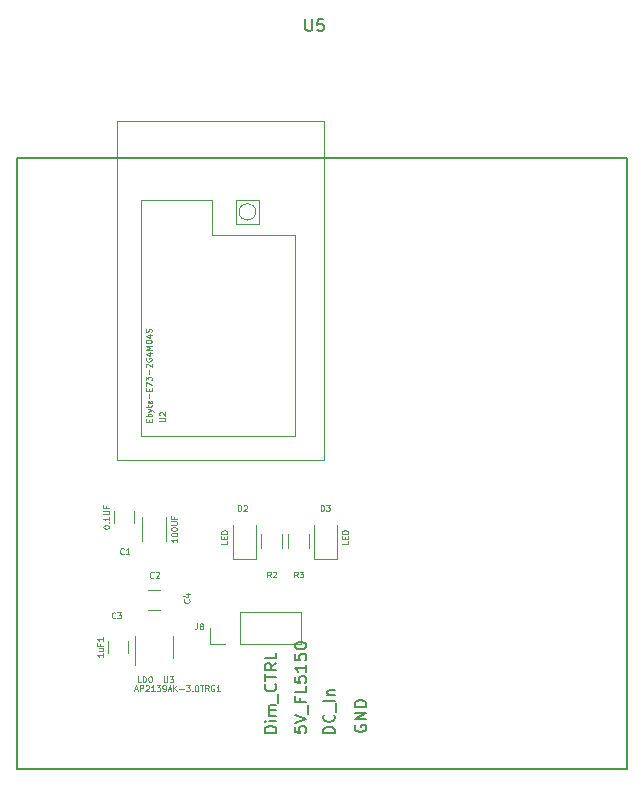
<source format=gbr>
G04 #@! TF.GenerationSoftware,KiCad,Pcbnew,(5.1.2)-2*
G04 #@! TF.CreationDate,2019-09-14T17:42:32+02:00*
G04 #@! TF.ProjectId,Inwall_Top,496e7761-6c6c-45f5-946f-702e6b696361,rev?*
G04 #@! TF.SameCoordinates,Original*
G04 #@! TF.FileFunction,Legend,Top*
G04 #@! TF.FilePolarity,Positive*
%FSLAX46Y46*%
G04 Gerber Fmt 4.6, Leading zero omitted, Abs format (unit mm)*
G04 Created by KiCad (PCBNEW (5.1.2)-2) date 2019-09-14 17:42:32*
%MOMM*%
%LPD*%
G04 APERTURE LIST*
%ADD10C,0.100000*%
%ADD11C,0.120000*%
%ADD12C,0.200000*%
%ADD13C,0.125000*%
%ADD14C,0.130000*%
%ADD15C,0.150000*%
G04 APERTURE END LIST*
D10*
X100425000Y-61650000D02*
X102425000Y-61650000D01*
X102425000Y-61650000D02*
X102425000Y-59650000D01*
X102425000Y-59650000D02*
X100425000Y-59650000D01*
X100425000Y-59650000D02*
X100425000Y-61650000D01*
X102132107Y-60650000D02*
G75*
G03X102132107Y-60650000I-707107J0D01*
G01*
X92425000Y-79650000D02*
X105425000Y-79650000D01*
X105425000Y-79650000D02*
X105425000Y-62650000D01*
X105425000Y-62650000D02*
X98425000Y-62650000D01*
X98425000Y-62650000D02*
X98425000Y-59650000D01*
X98425000Y-59650000D02*
X92425000Y-59650000D01*
X92425000Y-59650000D02*
X92425000Y-79650000D01*
X90425000Y-81650000D02*
X107925000Y-81650000D01*
X107925000Y-81650000D02*
X107925000Y-52950000D01*
X107925000Y-52950000D02*
X90425000Y-52950000D01*
X90425000Y-52950000D02*
X90425000Y-81650000D01*
X91850000Y-87000000D02*
X91850000Y-86000000D01*
X90150000Y-86000000D02*
X90150000Y-87000000D01*
X92480000Y-86500000D02*
X92480000Y-88500000D01*
X94520000Y-88500000D02*
X94520000Y-86500000D01*
X100250000Y-87193000D02*
X100250000Y-90053000D01*
X100250000Y-90053000D02*
X102170000Y-90053000D01*
X102170000Y-90053000D02*
X102170000Y-87193000D01*
X109028000Y-90062000D02*
X109028000Y-87202000D01*
X107108000Y-90062000D02*
X109028000Y-90062000D01*
X107108000Y-87202000D02*
X107108000Y-90062000D01*
X104380000Y-87900000D02*
X104380000Y-89100000D01*
X102620000Y-89100000D02*
X102620000Y-87900000D01*
X106630000Y-87900000D02*
X106630000Y-89100000D01*
X104870000Y-89100000D02*
X104870000Y-87900000D01*
X95110000Y-98400000D02*
X95110000Y-96600000D01*
X91890000Y-96600000D02*
X91890000Y-99050000D01*
X98220000Y-97230000D02*
X98220000Y-95900000D01*
X99550000Y-97230000D02*
X98220000Y-97230000D01*
X100820000Y-97230000D02*
X100820000Y-94570000D01*
X100820000Y-94570000D02*
X105960000Y-94570000D01*
X100820000Y-97230000D02*
X105960000Y-97230000D01*
X105960000Y-97230000D02*
X105960000Y-94570000D01*
D11*
X89650000Y-97000000D02*
X89650000Y-98000000D01*
X91350000Y-98000000D02*
X91350000Y-97000000D01*
X94000000Y-92650000D02*
X93000000Y-92650000D01*
X93000000Y-94350000D02*
X94000000Y-94350000D01*
D12*
X81880223Y-107823965D02*
X81880223Y-56123965D01*
X81880223Y-56123965D02*
X133580223Y-56123965D01*
X133580223Y-107823965D02*
X81880223Y-107823965D01*
X133580223Y-56123965D02*
X133580223Y-107823965D01*
D13*
X93976190Y-78380952D02*
X94380952Y-78380952D01*
X94428571Y-78357142D01*
X94452380Y-78333333D01*
X94476190Y-78285714D01*
X94476190Y-78190476D01*
X94452380Y-78142857D01*
X94428571Y-78119047D01*
X94380952Y-78095238D01*
X93976190Y-78095238D01*
X94023809Y-77880952D02*
X94000000Y-77857142D01*
X93976190Y-77809523D01*
X93976190Y-77690476D01*
X94000000Y-77642857D01*
X94023809Y-77619047D01*
X94071428Y-77595238D01*
X94119047Y-77595238D01*
X94190476Y-77619047D01*
X94476190Y-77904761D01*
X94476190Y-77595238D01*
D14*
D13*
X93063429Y-78417492D02*
X93063429Y-78250825D01*
X93325334Y-78179397D02*
X93325334Y-78417492D01*
X92825334Y-78417492D01*
X92825334Y-78179397D01*
X93325334Y-77965111D02*
X92825334Y-77965111D01*
X93015810Y-77965111D02*
X92992001Y-77917492D01*
X92992001Y-77822254D01*
X93015810Y-77774635D01*
X93039620Y-77750825D01*
X93087239Y-77727016D01*
X93230096Y-77727016D01*
X93277715Y-77750825D01*
X93301524Y-77774635D01*
X93325334Y-77822254D01*
X93325334Y-77917492D01*
X93301524Y-77965111D01*
X92992001Y-77560349D02*
X93325334Y-77441301D01*
X92992001Y-77322254D02*
X93325334Y-77441301D01*
X93444382Y-77488921D01*
X93468191Y-77512730D01*
X93492001Y-77560349D01*
X92992001Y-77203206D02*
X92992001Y-77012730D01*
X92825334Y-77131778D02*
X93253905Y-77131778D01*
X93301524Y-77107968D01*
X93325334Y-77060349D01*
X93325334Y-77012730D01*
X93301524Y-76655587D02*
X93325334Y-76703206D01*
X93325334Y-76798444D01*
X93301524Y-76846063D01*
X93253905Y-76869873D01*
X93063429Y-76869873D01*
X93015810Y-76846063D01*
X92992001Y-76798444D01*
X92992001Y-76703206D01*
X93015810Y-76655587D01*
X93063429Y-76631778D01*
X93111048Y-76631778D01*
X93158667Y-76869873D01*
X93134858Y-76417492D02*
X93134858Y-76036540D01*
X93063429Y-75798444D02*
X93063429Y-75631778D01*
X93325334Y-75560349D02*
X93325334Y-75798444D01*
X92825334Y-75798444D01*
X92825334Y-75560349D01*
X92825334Y-75393682D02*
X92825334Y-75060349D01*
X93325334Y-75274635D01*
X92825334Y-74917492D02*
X92825334Y-74607968D01*
X93015810Y-74774635D01*
X93015810Y-74703206D01*
X93039620Y-74655587D01*
X93063429Y-74631778D01*
X93111048Y-74607968D01*
X93230096Y-74607968D01*
X93277715Y-74631778D01*
X93301524Y-74655587D01*
X93325334Y-74703206D01*
X93325334Y-74846063D01*
X93301524Y-74893682D01*
X93277715Y-74917492D01*
X93134858Y-74393682D02*
X93134858Y-74012730D01*
X92872953Y-73798444D02*
X92849144Y-73774635D01*
X92825334Y-73727016D01*
X92825334Y-73607968D01*
X92849144Y-73560349D01*
X92872953Y-73536540D01*
X92920572Y-73512730D01*
X92968191Y-73512730D01*
X93039620Y-73536540D01*
X93325334Y-73822254D01*
X93325334Y-73512730D01*
X92849144Y-73036540D02*
X92825334Y-73084159D01*
X92825334Y-73155587D01*
X92849144Y-73227016D01*
X92896763Y-73274635D01*
X92944382Y-73298444D01*
X93039620Y-73322254D01*
X93111048Y-73322254D01*
X93206286Y-73298444D01*
X93253905Y-73274635D01*
X93301524Y-73227016D01*
X93325334Y-73155587D01*
X93325334Y-73107968D01*
X93301524Y-73036540D01*
X93277715Y-73012730D01*
X93111048Y-73012730D01*
X93111048Y-73107968D01*
X92992001Y-72584159D02*
X93325334Y-72584159D01*
X92801524Y-72703206D02*
X93158667Y-72822254D01*
X93158667Y-72512730D01*
X93325334Y-72322254D02*
X92825334Y-72322254D01*
X93182477Y-72155587D01*
X92825334Y-71988921D01*
X93325334Y-71988921D01*
X92825334Y-71655587D02*
X92825334Y-71607968D01*
X92849144Y-71560349D01*
X92872953Y-71536540D01*
X92920572Y-71512730D01*
X93015810Y-71488921D01*
X93134858Y-71488921D01*
X93230096Y-71512730D01*
X93277715Y-71536540D01*
X93301524Y-71560349D01*
X93325334Y-71607968D01*
X93325334Y-71655587D01*
X93301524Y-71703206D01*
X93277715Y-71727016D01*
X93230096Y-71750825D01*
X93134858Y-71774635D01*
X93015810Y-71774635D01*
X92920572Y-71750825D01*
X92872953Y-71727016D01*
X92849144Y-71703206D01*
X92825334Y-71655587D01*
X92992001Y-71060349D02*
X93325334Y-71060349D01*
X92801524Y-71179397D02*
X93158667Y-71298444D01*
X93158667Y-70988921D01*
X93301524Y-70822254D02*
X93325334Y-70750825D01*
X93325334Y-70631778D01*
X93301524Y-70584159D01*
X93277715Y-70560349D01*
X93230096Y-70536540D01*
X93182477Y-70536540D01*
X93134858Y-70560349D01*
X93111048Y-70584159D01*
X93087239Y-70631778D01*
X93063429Y-70727016D01*
X93039620Y-70774635D01*
X93015810Y-70798444D01*
X92968191Y-70822254D01*
X92920572Y-70822254D01*
X92872953Y-70798444D01*
X92849144Y-70774635D01*
X92825334Y-70727016D01*
X92825334Y-70607968D01*
X92849144Y-70536540D01*
D14*
D13*
X90946666Y-89582571D02*
X90922857Y-89606380D01*
X90851428Y-89630190D01*
X90803809Y-89630190D01*
X90732380Y-89606380D01*
X90684761Y-89558761D01*
X90660952Y-89511142D01*
X90637142Y-89415904D01*
X90637142Y-89344476D01*
X90660952Y-89249238D01*
X90684761Y-89201619D01*
X90732380Y-89154000D01*
X90803809Y-89130190D01*
X90851428Y-89130190D01*
X90922857Y-89154000D01*
X90946666Y-89177809D01*
X91422857Y-89630190D02*
X91137142Y-89630190D01*
X91280000Y-89630190D02*
X91280000Y-89130190D01*
X91232380Y-89201619D01*
X91184761Y-89249238D01*
X91137142Y-89273047D01*
D14*
D13*
X89226190Y-87357142D02*
X89226190Y-87309523D01*
X89250000Y-87261904D01*
X89273809Y-87238095D01*
X89321428Y-87214285D01*
X89416666Y-87190476D01*
X89535714Y-87190476D01*
X89630952Y-87214285D01*
X89678571Y-87238095D01*
X89702380Y-87261904D01*
X89726190Y-87309523D01*
X89726190Y-87357142D01*
X89702380Y-87404761D01*
X89678571Y-87428571D01*
X89630952Y-87452380D01*
X89535714Y-87476190D01*
X89416666Y-87476190D01*
X89321428Y-87452380D01*
X89273809Y-87428571D01*
X89250000Y-87404761D01*
X89226190Y-87357142D01*
X89678571Y-86976190D02*
X89702380Y-86952380D01*
X89726190Y-86976190D01*
X89702380Y-87000000D01*
X89678571Y-86976190D01*
X89726190Y-86976190D01*
X89726190Y-86476190D02*
X89726190Y-86761904D01*
X89726190Y-86619047D02*
X89226190Y-86619047D01*
X89297619Y-86666666D01*
X89345238Y-86714285D01*
X89369047Y-86761904D01*
X89226190Y-86261904D02*
X89630952Y-86261904D01*
X89678571Y-86238095D01*
X89702380Y-86214285D01*
X89726190Y-86166666D01*
X89726190Y-86071428D01*
X89702380Y-86023809D01*
X89678571Y-86000000D01*
X89630952Y-85976190D01*
X89226190Y-85976190D01*
X89464285Y-85571428D02*
X89464285Y-85738095D01*
X89726190Y-85738095D02*
X89226190Y-85738095D01*
X89226190Y-85500000D01*
D14*
D13*
X93482666Y-91586571D02*
X93458857Y-91610380D01*
X93387428Y-91634190D01*
X93339809Y-91634190D01*
X93268380Y-91610380D01*
X93220761Y-91562761D01*
X93196952Y-91515142D01*
X93173142Y-91419904D01*
X93173142Y-91348476D01*
X93196952Y-91253238D01*
X93220761Y-91205619D01*
X93268380Y-91158000D01*
X93339809Y-91134190D01*
X93387428Y-91134190D01*
X93458857Y-91158000D01*
X93482666Y-91181809D01*
X93673142Y-91181809D02*
X93696952Y-91158000D01*
X93744571Y-91134190D01*
X93863619Y-91134190D01*
X93911238Y-91158000D01*
X93935047Y-91181809D01*
X93958857Y-91229428D01*
X93958857Y-91277047D01*
X93935047Y-91348476D01*
X93649333Y-91634190D01*
X93958857Y-91634190D01*
D14*
D13*
X95476190Y-88309523D02*
X95476190Y-88595238D01*
X95476190Y-88452380D02*
X94976190Y-88452380D01*
X95047619Y-88500000D01*
X95095238Y-88547619D01*
X95119047Y-88595238D01*
X94976190Y-88000000D02*
X94976190Y-87952380D01*
X95000000Y-87904761D01*
X95023809Y-87880952D01*
X95071428Y-87857142D01*
X95166666Y-87833333D01*
X95285714Y-87833333D01*
X95380952Y-87857142D01*
X95428571Y-87880952D01*
X95452380Y-87904761D01*
X95476190Y-87952380D01*
X95476190Y-88000000D01*
X95452380Y-88047619D01*
X95428571Y-88071428D01*
X95380952Y-88095238D01*
X95285714Y-88119047D01*
X95166666Y-88119047D01*
X95071428Y-88095238D01*
X95023809Y-88071428D01*
X95000000Y-88047619D01*
X94976190Y-88000000D01*
X94976190Y-87523809D02*
X94976190Y-87476190D01*
X95000000Y-87428571D01*
X95023809Y-87404761D01*
X95071428Y-87380952D01*
X95166666Y-87357142D01*
X95285714Y-87357142D01*
X95380952Y-87380952D01*
X95428571Y-87404761D01*
X95452380Y-87428571D01*
X95476190Y-87476190D01*
X95476190Y-87523809D01*
X95452380Y-87571428D01*
X95428571Y-87595238D01*
X95380952Y-87619047D01*
X95285714Y-87642857D01*
X95166666Y-87642857D01*
X95071428Y-87619047D01*
X95023809Y-87595238D01*
X95000000Y-87571428D01*
X94976190Y-87523809D01*
X94976190Y-87142857D02*
X95380952Y-87142857D01*
X95428571Y-87119047D01*
X95452380Y-87095238D01*
X95476190Y-87047619D01*
X95476190Y-86952380D01*
X95452380Y-86904761D01*
X95428571Y-86880952D01*
X95380952Y-86857142D01*
X94976190Y-86857142D01*
X95214285Y-86452380D02*
X95214285Y-86619047D01*
X95476190Y-86619047D02*
X94976190Y-86619047D01*
X94976190Y-86380952D01*
D14*
D13*
X100630952Y-85976190D02*
X100630952Y-85476190D01*
X100750000Y-85476190D01*
X100821428Y-85500000D01*
X100869047Y-85547619D01*
X100892857Y-85595238D01*
X100916666Y-85690476D01*
X100916666Y-85761904D01*
X100892857Y-85857142D01*
X100869047Y-85904761D01*
X100821428Y-85952380D01*
X100750000Y-85976190D01*
X100630952Y-85976190D01*
X101107142Y-85523809D02*
X101130952Y-85500000D01*
X101178571Y-85476190D01*
X101297619Y-85476190D01*
X101345238Y-85500000D01*
X101369047Y-85523809D01*
X101392857Y-85571428D01*
X101392857Y-85619047D01*
X101369047Y-85690476D01*
X101083333Y-85976190D01*
X101392857Y-85976190D01*
D14*
D13*
X99726190Y-88514428D02*
X99726190Y-88752523D01*
X99226190Y-88752523D01*
X99464285Y-88347761D02*
X99464285Y-88181095D01*
X99726190Y-88109666D02*
X99726190Y-88347761D01*
X99226190Y-88347761D01*
X99226190Y-88109666D01*
X99726190Y-87895380D02*
X99226190Y-87895380D01*
X99226190Y-87776333D01*
X99250000Y-87704904D01*
X99297619Y-87657285D01*
X99345238Y-87633476D01*
X99440476Y-87609666D01*
X99511904Y-87609666D01*
X99607142Y-87633476D01*
X99654761Y-87657285D01*
X99702380Y-87704904D01*
X99726190Y-87776333D01*
X99726190Y-87895380D01*
D14*
D13*
X107630952Y-85976190D02*
X107630952Y-85476190D01*
X107750000Y-85476190D01*
X107821428Y-85500000D01*
X107869047Y-85547619D01*
X107892857Y-85595238D01*
X107916666Y-85690476D01*
X107916666Y-85761904D01*
X107892857Y-85857142D01*
X107869047Y-85904761D01*
X107821428Y-85952380D01*
X107750000Y-85976190D01*
X107630952Y-85976190D01*
X108083333Y-85476190D02*
X108392857Y-85476190D01*
X108226190Y-85666666D01*
X108297619Y-85666666D01*
X108345238Y-85690476D01*
X108369047Y-85714285D01*
X108392857Y-85761904D01*
X108392857Y-85880952D01*
X108369047Y-85928571D01*
X108345238Y-85952380D01*
X108297619Y-85976190D01*
X108154761Y-85976190D01*
X108107142Y-85952380D01*
X108083333Y-85928571D01*
D14*
D13*
X109944190Y-88523428D02*
X109944190Y-88761523D01*
X109444190Y-88761523D01*
X109682285Y-88356761D02*
X109682285Y-88190095D01*
X109944190Y-88118666D02*
X109944190Y-88356761D01*
X109444190Y-88356761D01*
X109444190Y-88118666D01*
X109944190Y-87904380D02*
X109444190Y-87904380D01*
X109444190Y-87785333D01*
X109468000Y-87713904D01*
X109515619Y-87666285D01*
X109563238Y-87642476D01*
X109658476Y-87618666D01*
X109729904Y-87618666D01*
X109825142Y-87642476D01*
X109872761Y-87666285D01*
X109920380Y-87713904D01*
X109944190Y-87785333D01*
X109944190Y-87904380D01*
D14*
D13*
X103412666Y-91606190D02*
X103246000Y-91368095D01*
X103126952Y-91606190D02*
X103126952Y-91106190D01*
X103317428Y-91106190D01*
X103365047Y-91130000D01*
X103388857Y-91153809D01*
X103412666Y-91201428D01*
X103412666Y-91272857D01*
X103388857Y-91320476D01*
X103365047Y-91344285D01*
X103317428Y-91368095D01*
X103126952Y-91368095D01*
X103603142Y-91153809D02*
X103626952Y-91130000D01*
X103674571Y-91106190D01*
X103793619Y-91106190D01*
X103841238Y-91130000D01*
X103865047Y-91153809D01*
X103888857Y-91201428D01*
X103888857Y-91249047D01*
X103865047Y-91320476D01*
X103579333Y-91606190D01*
X103888857Y-91606190D01*
D14*
D13*
X105698666Y-91606190D02*
X105532000Y-91368095D01*
X105412952Y-91606190D02*
X105412952Y-91106190D01*
X105603428Y-91106190D01*
X105651047Y-91130000D01*
X105674857Y-91153809D01*
X105698666Y-91201428D01*
X105698666Y-91272857D01*
X105674857Y-91320476D01*
X105651047Y-91344285D01*
X105603428Y-91368095D01*
X105412952Y-91368095D01*
X105865333Y-91106190D02*
X106174857Y-91106190D01*
X106008190Y-91296666D01*
X106079619Y-91296666D01*
X106127238Y-91320476D01*
X106151047Y-91344285D01*
X106174857Y-91391904D01*
X106174857Y-91510952D01*
X106151047Y-91558571D01*
X106127238Y-91582380D01*
X106079619Y-91606190D01*
X105936761Y-91606190D01*
X105889142Y-91582380D01*
X105865333Y-91558571D01*
D14*
D13*
X94369047Y-99976190D02*
X94369047Y-100380952D01*
X94392857Y-100428571D01*
X94416666Y-100452380D01*
X94464285Y-100476190D01*
X94559523Y-100476190D01*
X94607142Y-100452380D01*
X94630952Y-100428571D01*
X94654761Y-100380952D01*
X94654761Y-99976190D01*
X94845238Y-99976190D02*
X95154761Y-99976190D01*
X94988095Y-100166666D01*
X95059523Y-100166666D01*
X95107142Y-100190476D01*
X95130952Y-100214285D01*
X95154761Y-100261904D01*
X95154761Y-100380952D01*
X95130952Y-100428571D01*
X95107142Y-100452380D01*
X95059523Y-100476190D01*
X94916666Y-100476190D01*
X94869047Y-100452380D01*
X94845238Y-100428571D01*
D14*
D13*
X92392857Y-100476190D02*
X92154761Y-100476190D01*
X92154761Y-99976190D01*
X92559523Y-100476190D02*
X92559523Y-99976190D01*
X92678571Y-99976190D01*
X92750000Y-100000000D01*
X92797619Y-100047619D01*
X92821428Y-100095238D01*
X92845238Y-100190476D01*
X92845238Y-100261904D01*
X92821428Y-100357142D01*
X92797619Y-100404761D01*
X92750000Y-100452380D01*
X92678571Y-100476190D01*
X92559523Y-100476190D01*
X93154761Y-99976190D02*
X93250000Y-99976190D01*
X93297619Y-100000000D01*
X93345238Y-100047619D01*
X93369047Y-100142857D01*
X93369047Y-100309523D01*
X93345238Y-100404761D01*
X93297619Y-100452380D01*
X93250000Y-100476190D01*
X93154761Y-100476190D01*
X93107142Y-100452380D01*
X93059523Y-100404761D01*
X93035714Y-100309523D01*
X93035714Y-100142857D01*
X93059523Y-100047619D01*
X93107142Y-100000000D01*
X93154761Y-99976190D01*
D14*
D13*
X91880952Y-101083333D02*
X92119047Y-101083333D01*
X91833333Y-101226190D02*
X92000000Y-100726190D01*
X92166666Y-101226190D01*
X92333333Y-101226190D02*
X92333333Y-100726190D01*
X92523809Y-100726190D01*
X92571428Y-100750000D01*
X92595238Y-100773809D01*
X92619047Y-100821428D01*
X92619047Y-100892857D01*
X92595238Y-100940476D01*
X92571428Y-100964285D01*
X92523809Y-100988095D01*
X92333333Y-100988095D01*
X92809523Y-100773809D02*
X92833333Y-100750000D01*
X92880952Y-100726190D01*
X93000000Y-100726190D01*
X93047619Y-100750000D01*
X93071428Y-100773809D01*
X93095238Y-100821428D01*
X93095238Y-100869047D01*
X93071428Y-100940476D01*
X92785714Y-101226190D01*
X93095238Y-101226190D01*
X93571428Y-101226190D02*
X93285714Y-101226190D01*
X93428571Y-101226190D02*
X93428571Y-100726190D01*
X93380952Y-100797619D01*
X93333333Y-100845238D01*
X93285714Y-100869047D01*
X93738095Y-100726190D02*
X94047619Y-100726190D01*
X93880952Y-100916666D01*
X93952380Y-100916666D01*
X94000000Y-100940476D01*
X94023809Y-100964285D01*
X94047619Y-101011904D01*
X94047619Y-101130952D01*
X94023809Y-101178571D01*
X94000000Y-101202380D01*
X93952380Y-101226190D01*
X93809523Y-101226190D01*
X93761904Y-101202380D01*
X93738095Y-101178571D01*
X94285714Y-101226190D02*
X94380952Y-101226190D01*
X94428571Y-101202380D01*
X94452380Y-101178571D01*
X94500000Y-101107142D01*
X94523809Y-101011904D01*
X94523809Y-100821428D01*
X94500000Y-100773809D01*
X94476190Y-100750000D01*
X94428571Y-100726190D01*
X94333333Y-100726190D01*
X94285714Y-100750000D01*
X94261904Y-100773809D01*
X94238095Y-100821428D01*
X94238095Y-100940476D01*
X94261904Y-100988095D01*
X94285714Y-101011904D01*
X94333333Y-101035714D01*
X94428571Y-101035714D01*
X94476190Y-101011904D01*
X94500000Y-100988095D01*
X94523809Y-100940476D01*
X94714285Y-101083333D02*
X94952380Y-101083333D01*
X94666666Y-101226190D02*
X94833333Y-100726190D01*
X95000000Y-101226190D01*
X95166666Y-101226190D02*
X95166666Y-100726190D01*
X95452380Y-101226190D02*
X95238095Y-100940476D01*
X95452380Y-100726190D02*
X95166666Y-101011904D01*
X95666666Y-101035714D02*
X96047619Y-101035714D01*
X96238095Y-100726190D02*
X96547619Y-100726190D01*
X96380952Y-100916666D01*
X96452380Y-100916666D01*
X96500000Y-100940476D01*
X96523809Y-100964285D01*
X96547619Y-101011904D01*
X96547619Y-101130952D01*
X96523809Y-101178571D01*
X96500000Y-101202380D01*
X96452380Y-101226190D01*
X96309523Y-101226190D01*
X96261904Y-101202380D01*
X96238095Y-101178571D01*
X96761904Y-101178571D02*
X96785714Y-101202380D01*
X96761904Y-101226190D01*
X96738095Y-101202380D01*
X96761904Y-101178571D01*
X96761904Y-101226190D01*
X97095238Y-100726190D02*
X97142857Y-100726190D01*
X97190476Y-100750000D01*
X97214285Y-100773809D01*
X97238095Y-100821428D01*
X97261904Y-100916666D01*
X97261904Y-101035714D01*
X97238095Y-101130952D01*
X97214285Y-101178571D01*
X97190476Y-101202380D01*
X97142857Y-101226190D01*
X97095238Y-101226190D01*
X97047619Y-101202380D01*
X97023809Y-101178571D01*
X97000000Y-101130952D01*
X96976190Y-101035714D01*
X96976190Y-100916666D01*
X97000000Y-100821428D01*
X97023809Y-100773809D01*
X97047619Y-100750000D01*
X97095238Y-100726190D01*
X97404761Y-100726190D02*
X97690476Y-100726190D01*
X97547619Y-101226190D02*
X97547619Y-100726190D01*
X98142857Y-101226190D02*
X97976190Y-100988095D01*
X97857142Y-101226190D02*
X97857142Y-100726190D01*
X98047619Y-100726190D01*
X98095238Y-100750000D01*
X98119047Y-100773809D01*
X98142857Y-100821428D01*
X98142857Y-100892857D01*
X98119047Y-100940476D01*
X98095238Y-100964285D01*
X98047619Y-100988095D01*
X97857142Y-100988095D01*
X98619047Y-100750000D02*
X98571428Y-100726190D01*
X98500000Y-100726190D01*
X98428571Y-100750000D01*
X98380952Y-100797619D01*
X98357142Y-100845238D01*
X98333333Y-100940476D01*
X98333333Y-101011904D01*
X98357142Y-101107142D01*
X98380952Y-101154761D01*
X98428571Y-101202380D01*
X98500000Y-101226190D01*
X98547619Y-101226190D01*
X98619047Y-101202380D01*
X98642857Y-101178571D01*
X98642857Y-101011904D01*
X98547619Y-101011904D01*
X99119047Y-101226190D02*
X98833333Y-101226190D01*
X98976190Y-101226190D02*
X98976190Y-100726190D01*
X98928571Y-100797619D01*
X98880952Y-100845238D01*
X98833333Y-100869047D01*
D14*
D13*
X97169378Y-95489342D02*
X97169378Y-95846485D01*
X97145568Y-95917913D01*
X97097949Y-95965532D01*
X97026521Y-95989342D01*
X96978902Y-95989342D01*
X97478902Y-95703628D02*
X97431283Y-95679818D01*
X97407473Y-95656009D01*
X97383664Y-95608390D01*
X97383664Y-95584580D01*
X97407473Y-95536961D01*
X97431283Y-95513152D01*
X97478902Y-95489342D01*
X97574140Y-95489342D01*
X97621759Y-95513152D01*
X97645568Y-95536961D01*
X97669378Y-95584580D01*
X97669378Y-95608390D01*
X97645568Y-95656009D01*
X97621759Y-95679818D01*
X97574140Y-95703628D01*
X97478902Y-95703628D01*
X97431283Y-95727437D01*
X97407473Y-95751247D01*
X97383664Y-95798866D01*
X97383664Y-95894104D01*
X97407473Y-95941723D01*
X97431283Y-95965532D01*
X97478902Y-95989342D01*
X97574140Y-95989342D01*
X97621759Y-95965532D01*
X97645568Y-95941723D01*
X97669378Y-95894104D01*
X97669378Y-95798866D01*
X97645568Y-95751247D01*
X97621759Y-95727437D01*
X97574140Y-95703628D01*
D14*
D13*
X90246666Y-95018571D02*
X90222857Y-95042380D01*
X90151428Y-95066190D01*
X90103809Y-95066190D01*
X90032380Y-95042380D01*
X89984761Y-94994761D01*
X89960952Y-94947142D01*
X89937142Y-94851904D01*
X89937142Y-94780476D01*
X89960952Y-94685238D01*
X89984761Y-94637619D01*
X90032380Y-94590000D01*
X90103809Y-94566190D01*
X90151428Y-94566190D01*
X90222857Y-94590000D01*
X90246666Y-94613809D01*
X90413333Y-94566190D02*
X90722857Y-94566190D01*
X90556190Y-94756666D01*
X90627619Y-94756666D01*
X90675238Y-94780476D01*
X90699047Y-94804285D01*
X90722857Y-94851904D01*
X90722857Y-94970952D01*
X90699047Y-95018571D01*
X90675238Y-95042380D01*
X90627619Y-95066190D01*
X90484761Y-95066190D01*
X90437142Y-95042380D01*
X90413333Y-95018571D01*
D14*
D13*
X89226190Y-98035714D02*
X89226190Y-98321428D01*
X89226190Y-98178571D02*
X88726190Y-98178571D01*
X88797619Y-98226190D01*
X88845238Y-98273809D01*
X88869047Y-98321428D01*
X88892857Y-97607142D02*
X89226190Y-97607142D01*
X88892857Y-97821428D02*
X89154761Y-97821428D01*
X89202380Y-97797619D01*
X89226190Y-97750000D01*
X89226190Y-97678571D01*
X89202380Y-97630952D01*
X89178571Y-97607142D01*
X88964285Y-97202380D02*
X88964285Y-97369047D01*
X89226190Y-97369047D02*
X88726190Y-97369047D01*
X88726190Y-97130952D01*
X89226190Y-96678571D02*
X89226190Y-96964285D01*
X89226190Y-96821428D02*
X88726190Y-96821428D01*
X88797619Y-96869047D01*
X88845238Y-96916666D01*
X88869047Y-96964285D01*
D14*
D13*
X96488571Y-93463333D02*
X96512380Y-93487142D01*
X96536190Y-93558571D01*
X96536190Y-93606190D01*
X96512380Y-93677619D01*
X96464761Y-93725238D01*
X96417142Y-93749047D01*
X96321904Y-93772857D01*
X96250476Y-93772857D01*
X96155238Y-93749047D01*
X96107619Y-93725238D01*
X96060000Y-93677619D01*
X96036190Y-93606190D01*
X96036190Y-93558571D01*
X96060000Y-93487142D01*
X96083809Y-93463333D01*
X96202857Y-93034761D02*
X96536190Y-93034761D01*
X96012380Y-93153809D02*
X96369523Y-93272857D01*
X96369523Y-92963333D01*
D14*
D15*
X106338095Y-44327380D02*
X106338095Y-45136904D01*
X106385714Y-45232142D01*
X106433333Y-45279761D01*
X106528571Y-45327380D01*
X106719047Y-45327380D01*
X106814285Y-45279761D01*
X106861904Y-45232142D01*
X106909523Y-45136904D01*
X106909523Y-44327380D01*
X107861904Y-44327380D02*
X107385714Y-44327380D01*
X107338095Y-44803571D01*
X107385714Y-44755952D01*
X107480952Y-44708333D01*
X107719047Y-44708333D01*
X107814285Y-44755952D01*
X107861904Y-44803571D01*
X107909523Y-44898809D01*
X107909523Y-45136904D01*
X107861904Y-45232142D01*
X107814285Y-45279761D01*
X107719047Y-45327380D01*
X107480952Y-45327380D01*
X107385714Y-45279761D01*
X107338095Y-45232142D01*
X108840320Y-104796353D02*
X107840320Y-104796353D01*
X107840320Y-104558258D01*
X107887940Y-104415400D01*
X107983178Y-104320162D01*
X108078416Y-104272543D01*
X108268892Y-104224924D01*
X108411749Y-104224924D01*
X108602225Y-104272543D01*
X108697463Y-104320162D01*
X108792701Y-104415400D01*
X108840320Y-104558258D01*
X108840320Y-104796353D01*
X108745082Y-103224924D02*
X108792701Y-103272543D01*
X108840320Y-103415400D01*
X108840320Y-103510639D01*
X108792701Y-103653496D01*
X108697463Y-103748734D01*
X108602225Y-103796353D01*
X108411749Y-103843972D01*
X108268892Y-103843972D01*
X108078416Y-103796353D01*
X107983178Y-103748734D01*
X107887940Y-103653496D01*
X107840320Y-103510639D01*
X107840320Y-103415400D01*
X107887940Y-103272543D01*
X107935559Y-103224924D01*
X108935559Y-103034448D02*
X108935559Y-102272543D01*
X108840320Y-102034448D02*
X107840320Y-102034448D01*
X108173654Y-101558258D02*
X108840320Y-101558258D01*
X108268892Y-101558258D02*
X108221273Y-101510639D01*
X108173654Y-101415400D01*
X108173654Y-101272543D01*
X108221273Y-101177305D01*
X108316511Y-101129686D01*
X108840320Y-101129686D01*
X103887320Y-104772353D02*
X102887320Y-104772353D01*
X102887320Y-104534258D01*
X102934940Y-104391400D01*
X103030178Y-104296162D01*
X103125416Y-104248543D01*
X103315892Y-104200924D01*
X103458749Y-104200924D01*
X103649225Y-104248543D01*
X103744463Y-104296162D01*
X103839701Y-104391400D01*
X103887320Y-104534258D01*
X103887320Y-104772353D01*
X103887320Y-103772353D02*
X103220654Y-103772353D01*
X102887320Y-103772353D02*
X102934940Y-103819972D01*
X102982559Y-103772353D01*
X102934940Y-103724734D01*
X102887320Y-103772353D01*
X102982559Y-103772353D01*
X103887320Y-103296162D02*
X103220654Y-103296162D01*
X103315892Y-103296162D02*
X103268273Y-103248543D01*
X103220654Y-103153305D01*
X103220654Y-103010448D01*
X103268273Y-102915210D01*
X103363511Y-102867591D01*
X103887320Y-102867591D01*
X103363511Y-102867591D02*
X103268273Y-102819972D01*
X103220654Y-102724734D01*
X103220654Y-102581877D01*
X103268273Y-102486639D01*
X103363511Y-102439020D01*
X103887320Y-102439020D01*
X103982559Y-102200924D02*
X103982559Y-101439020D01*
X103792082Y-100629496D02*
X103839701Y-100677115D01*
X103887320Y-100819972D01*
X103887320Y-100915210D01*
X103839701Y-101058067D01*
X103744463Y-101153305D01*
X103649225Y-101200924D01*
X103458749Y-101248543D01*
X103315892Y-101248543D01*
X103125416Y-101200924D01*
X103030178Y-101153305D01*
X102934940Y-101058067D01*
X102887320Y-100915210D01*
X102887320Y-100819972D01*
X102934940Y-100677115D01*
X102982559Y-100629496D01*
X102887320Y-100343781D02*
X102887320Y-99772353D01*
X103887320Y-100058067D02*
X102887320Y-100058067D01*
X103887320Y-98867591D02*
X103411130Y-99200924D01*
X103887320Y-99439020D02*
X102887320Y-99439020D01*
X102887320Y-99058067D01*
X102934940Y-98962829D01*
X102982559Y-98915210D01*
X103077797Y-98867591D01*
X103220654Y-98867591D01*
X103315892Y-98915210D01*
X103363511Y-98962829D01*
X103411130Y-99058067D01*
X103411130Y-99439020D01*
X103887320Y-97962829D02*
X103887320Y-98439020D01*
X102887320Y-98439020D01*
X105427320Y-104240543D02*
X105427320Y-104716734D01*
X105903511Y-104764353D01*
X105855892Y-104716734D01*
X105808273Y-104621496D01*
X105808273Y-104383400D01*
X105855892Y-104288162D01*
X105903511Y-104240543D01*
X105998749Y-104192924D01*
X106236844Y-104192924D01*
X106332082Y-104240543D01*
X106379701Y-104288162D01*
X106427320Y-104383400D01*
X106427320Y-104621496D01*
X106379701Y-104716734D01*
X106332082Y-104764353D01*
X105427320Y-103907210D02*
X106427320Y-103573877D01*
X105427320Y-103240543D01*
X106522559Y-103145305D02*
X106522559Y-102383400D01*
X105903511Y-101811972D02*
X105903511Y-102145305D01*
X106427320Y-102145305D02*
X105427320Y-102145305D01*
X105427320Y-101669115D01*
X106427320Y-100811972D02*
X106427320Y-101288162D01*
X105427320Y-101288162D01*
X105427320Y-100002448D02*
X105427320Y-100478639D01*
X105903511Y-100526258D01*
X105855892Y-100478639D01*
X105808273Y-100383400D01*
X105808273Y-100145305D01*
X105855892Y-100050067D01*
X105903511Y-100002448D01*
X105998749Y-99954829D01*
X106236844Y-99954829D01*
X106332082Y-100002448D01*
X106379701Y-100050067D01*
X106427320Y-100145305D01*
X106427320Y-100383400D01*
X106379701Y-100478639D01*
X106332082Y-100526258D01*
X106427320Y-99002448D02*
X106427320Y-99573877D01*
X106427320Y-99288162D02*
X105427320Y-99288162D01*
X105570178Y-99383400D01*
X105665416Y-99478639D01*
X105713035Y-99573877D01*
X105427320Y-98097686D02*
X105427320Y-98573877D01*
X105903511Y-98621496D01*
X105855892Y-98573877D01*
X105808273Y-98478639D01*
X105808273Y-98240543D01*
X105855892Y-98145305D01*
X105903511Y-98097686D01*
X105998749Y-98050067D01*
X106236844Y-98050067D01*
X106332082Y-98097686D01*
X106379701Y-98145305D01*
X106427320Y-98240543D01*
X106427320Y-98478639D01*
X106379701Y-98573877D01*
X106332082Y-98621496D01*
X105427320Y-97431020D02*
X105427320Y-97335781D01*
X105474940Y-97240543D01*
X105522559Y-97192924D01*
X105617797Y-97145305D01*
X105808273Y-97097686D01*
X106046368Y-97097686D01*
X106236844Y-97145305D01*
X106332082Y-97192924D01*
X106379701Y-97240543D01*
X106427320Y-97335781D01*
X106427320Y-97431020D01*
X106379701Y-97526258D01*
X106332082Y-97573877D01*
X106236844Y-97621496D01*
X106046368Y-97669115D01*
X105808273Y-97669115D01*
X105617797Y-97621496D01*
X105522559Y-97573877D01*
X105474940Y-97526258D01*
X105427320Y-97431020D01*
X110554940Y-104105924D02*
X110507320Y-104201162D01*
X110507320Y-104344020D01*
X110554940Y-104486877D01*
X110650178Y-104582115D01*
X110745416Y-104629734D01*
X110935892Y-104677353D01*
X111078749Y-104677353D01*
X111269225Y-104629734D01*
X111364463Y-104582115D01*
X111459701Y-104486877D01*
X111507320Y-104344020D01*
X111507320Y-104248781D01*
X111459701Y-104105924D01*
X111412082Y-104058305D01*
X111078749Y-104058305D01*
X111078749Y-104248781D01*
X111507320Y-103629734D02*
X110507320Y-103629734D01*
X111507320Y-103058305D01*
X110507320Y-103058305D01*
X111507320Y-102582115D02*
X110507320Y-102582115D01*
X110507320Y-102344020D01*
X110554940Y-102201162D01*
X110650178Y-102105924D01*
X110745416Y-102058305D01*
X110935892Y-102010686D01*
X111078749Y-102010686D01*
X111269225Y-102058305D01*
X111364463Y-102105924D01*
X111459701Y-102201162D01*
X111507320Y-102344020D01*
X111507320Y-102582115D01*
M02*

</source>
